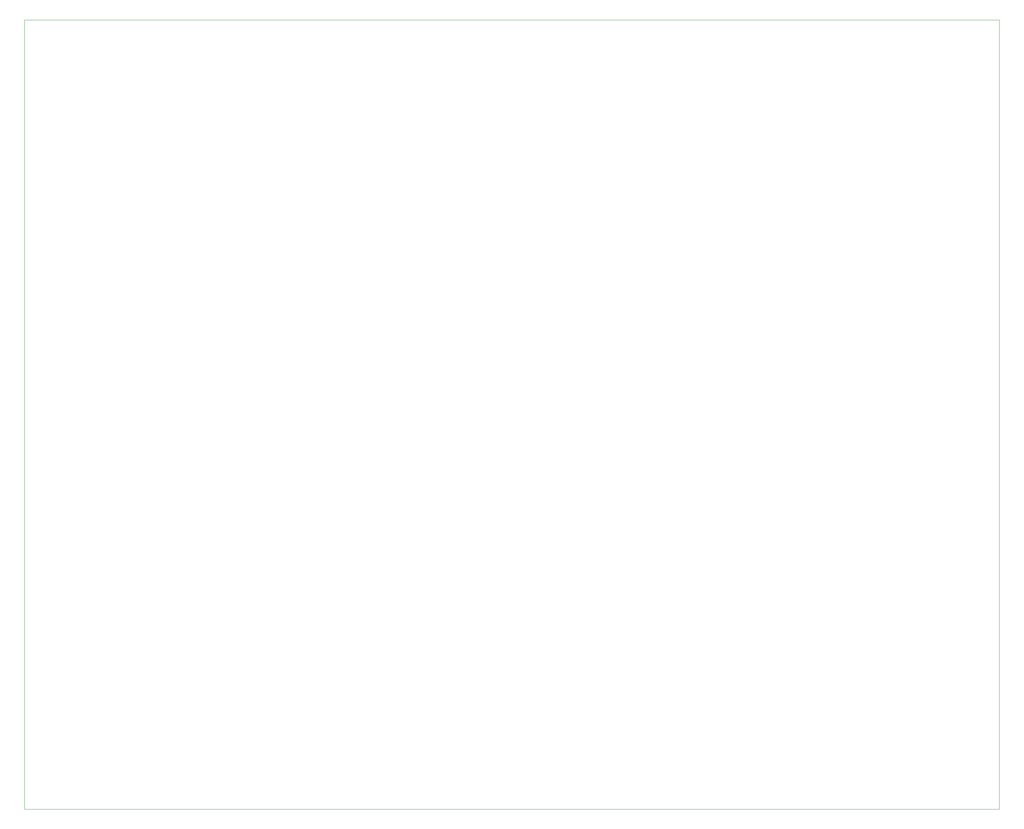
<source format=gbr>
%TF.GenerationSoftware,KiCad,Pcbnew,7.0.1-0*%
%TF.CreationDate,2023-04-17T18:48:32+01:00*%
%TF.ProjectId,cyborg65r2_thermo_pcb,6379626f-7267-4363-9572-325f74686572,rev?*%
%TF.SameCoordinates,Original*%
%TF.FileFunction,Profile,NP*%
%FSLAX46Y46*%
G04 Gerber Fmt 4.6, Leading zero omitted, Abs format (unit mm)*
G04 Created by KiCad (PCBNEW 7.0.1-0) date 2023-04-17 18:48:32*
%MOMM*%
%LPD*%
G01*
G04 APERTURE LIST*
%TA.AperFunction,Profile*%
%ADD10C,0.100000*%
%TD*%
G04 APERTURE END LIST*
D10*
X100000000Y-39805000D02*
X336300000Y-39805000D01*
X336300000Y-231305000D01*
X100000000Y-231305000D01*
X100000000Y-39805000D01*
M02*

</source>
